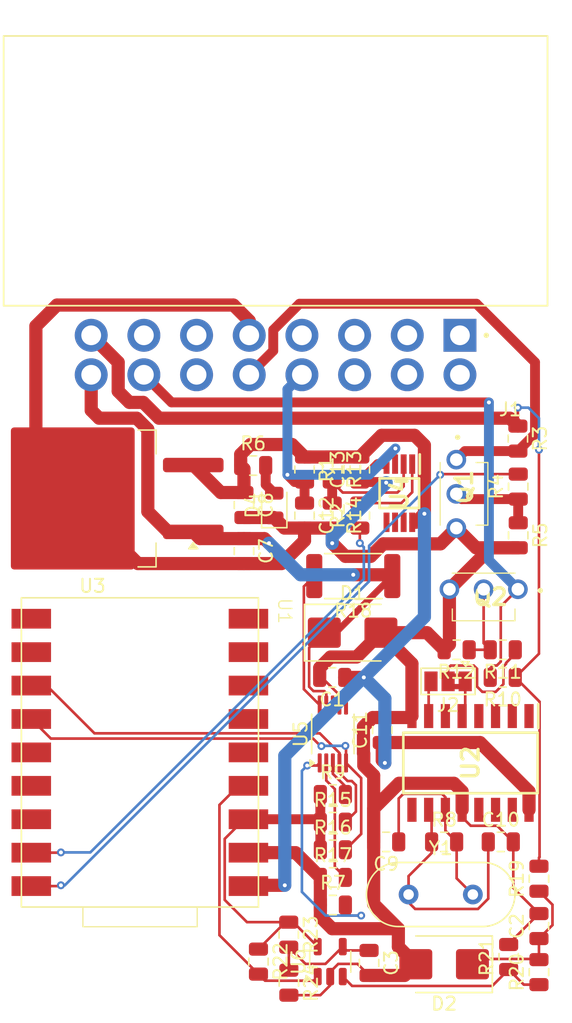
<source format=kicad_pcb>
(kicad_pcb (version 20241229) (generator "pcbnew") (generator_version "9.0")
  (layers (0 "F.Cu" signal) (2 "B.Cu" signal) (13 "F.Paste" user) (15 "B.Paste" user) (5 "F.SilkS" user "F.Silkscreen") (7 "B.SilkS" user "B.Silkscreen") (1 "F.Mask" user) (3 "B.Mask" user) (25 "Edge.Cuts" user))
  (net 0 "")
  (net 1 "+5V")
  (net 2 "GND")
  (net 3 "Net-(D2-A1)")
  (net 4 "Net-(U6--)")
  (net 5 "OBD_12v")
  (net 6 "Net-(U2-I)")
  (net 7 "Net-(U2-~{O})")
  (net 8 "OBD_tx")
  (net 9 "Net-(D4-A)")
  (net 15 "OBD_rx")
  (net 16 "OBD_ignition")
  (net 18 "OBD_clock")
  (net 23 "Net-(J2-Pin_3)")
  (net 24 "Net-(J2-Pin_1)")
  (net 25 "Net-(J2-Pin_2)")
  (net 26 "Net-(Q1-B)")
  (net 27 "Net-(Q2-B)")
  (net 28 "ESP_Rx")
  (net 29 "Net-(U4-OUT1)")
  (net 30 "ESP_Tx")
  (net 31 "Net-(U5-A1)")
  (net 32 "Net-(U5-~{Alert})")
  (net 33 "+3.3V")
  (net 34 "Net-(U4-IN1-)")
  (net 35 "ESP_I2C_SDA")
  (net 36 "ESP_I2C_SCL")
  (net 37 "Net-(U5-A0)")
  (net 38 "Net-(U5-Vin+)")
  (net 39 "Net-(U6-+)")
  (net 40 "OBD_IGN_SIG")
  (net 41 "ESP_USB_D-")
  (net 49 "ESP_USB_D+")
  (footprint "Jumper:SolderJumper-3_P1.3mm_Bridged2Bar12_Pad1.0x1.5mm" (layer "F.Cu") (at 138.2 110.8 180)
    (property "Reference" "J2")
    (property "Value" "Conn_01x03_Pin")
  )
  (footprint "Capacitor_SMD:C_0805_2012Metric" (layer "F.Cu") (at 145.1 125.8 90)
    (property "Reference" "R19")
    (property "Value" "10k")
  )
  (footprint "Capacitor_SMD:C_0805_2012Metric" (layer "F.Cu") (at 126.11 133.7 -90)
    (property "Reference" "R24")
    (property "Value" "180k")
  )
  (footprint "Waveshare-ESP32:Waveshare-ESP32-C3-Zero" (layer "F.Cu") (at 115.3 116.45 180)
    (property "Reference" "U1")
    (property "Value" "ESP32-C3")
  )
  (footprint "Capacitor_SMD:C_0805_2012Metric" (layer "F.Cu") (at 129.45 125.7)
    (property "Reference" "R17")
    (property "Value" "10k")
  )
  (footprint "BC549CTA:BC33740TA" (layer "F.Cu") (at 141.8 104.385 180)
    (property "Reference" "Q2")
    (property "Value" "BC549CTA" (hide yes))
  )
  (footprint "Resistor_SMD:R_2512_6332Metric" (layer "F.Cu") (at 131 102.8 180)
    (property "Reference" "R18")
    (property "Value" "100")
  )
  (footprint "Capacitor_SMD:C_0805_2012Metric" (layer "F.Cu") (at 137.9 123)
    (property "Reference" "R8")
    (property "Value" "10M")
  )
  (footprint "Capacitor_SMD:C_0805_2012Metric" (layer "F.Cu") (at 123.4 94.4)
    (property "Reference" "R6")
    (property "Value" "1k")
  )
  (footprint "Capacitor_SMD:C_0805_2012Metric" (layer "F.Cu") (at 129.45 119.4)
    (property "Reference" "R9")
    (property "Value" "10k")
  )
  (footprint "Capacitor_SMD:C_0805_2012Metric" (layer "F.Cu") (at 131.5 98.2 90)
    (property "Reference" "R2")
    (property "Value" "4k7")
  )
  (footprint "Package_TO_SOT_SMD:SOT-23-5" (layer "F.Cu") (at 129.25 132.1 90)
    (property "Reference" "U6")
    (property "Value" "TLV7031DBV")
  )
  (footprint "Diode_SMD:D_SMB" (layer "F.Cu") (at 130.95 107.1)
    (property "Reference" "D1")
    (property "Value" "SMBJ26A")
  )
  (footprint "Capacitor_SMD:C_0805_2012Metric" (layer "F.Cu") (at 126.1 130.05 -90)
    (property "Reference" "R23")
    (property "Value" "180k")
  )
  (footprint "Capacitor_SMD:C_0805_2012Metric" (layer "F.Cu") (at 129.4 110.5 180)
    (property "Reference" "C1")
    (property "Value" "100nf")
  )
  (footprint "Capacitor_SMD:C_0805_2012Metric" (layer "F.Cu") (at 142.2 123)
    (property "Reference" "C10")
    (property "Value" "10pF")
  )
  (footprint "Capacitor_SMD:C_0805_2012Metric" (layer "F.Cu") (at 142.35 110.5 180)
    (property "Reference" "R10")
    (property "Value" "1k")
  )
  (footprint "Capacitor_SMD:C_0805_2012Metric" (layer "F.Cu") (at 142.8 131.75 90)
    (property "Reference" "R21")
    (property "Value" "33k")
  )
  (footprint "Package_TO_SOT_SMD:TO-263-2" (layer "F.Cu") (at 111.2 96.9 180)
    (property "Reference" "U3")
    (property "Value" "L7805")
  )
  (footprint "Capacitor_SMD:C_0805_2012Metric" (layer "F.Cu") (at 143.525 99.7 -90)
    (property "Reference" "R5")
    (property "Value" "1k")
  )
  (footprint "Capacitor_SMD:C_0805_2012Metric" (layer "F.Cu") (at 129.45 121.5)
    (property "Reference" "R15")
    (property "Value" "10k")
  )
  (footprint "Capacitor_SMD:C_0805_2012Metric" (layer "F.Cu") (at 142.35 108.4 180)
    (property "Reference" "R11")
    (property "Value" "4k7")
  )
  (footprint "Capacitor_SMD:C_0805_2012Metric" (layer "F.Cu") (at 129.4 98.2 -90)
    (property "Reference" "R14")
    (property "Value" "4k7")
  )
  (footprint "Capacitor_SMD:C_0805_2012Metric" (layer "F.Cu") (at 133.2 114.5 90)
    (property "Reference" "C11")
    (property "Value" "0.1uF")
  )
  (footprint "Capacitor_SMD:C_0805_2012Metric" (layer "F.Cu") (at 132.2 132.2 -90)
    (property "Reference" "C3")
    (property "Value" "100nf")
  )
  (footprint "Capacitor_SMD:C_0805_2012Metric" (layer "F.Cu") (at 123.8 132.1 -90)
    (property "Reference" "R22")
    (property "Value" "1M")
  )
  (footprint "Crystal:Crystal_HC49-4H_Vertical" (layer "F.Cu") (at 135.2 127)
    (property "Reference" "Y1")
    (property "Value" "2.4576M")
  )
  (footprint "Capacitor_SMD:C_0805_2012Metric" (layer "F.Cu") (at 122.7 97.4 -90)
    (property "Reference" "C8")
    (property "Value" "0.1uF")
  )
  (footprint "Capacitor_SMD:C_0805_2012Metric" (layer "F.Cu") (at 143.5 92.35 -90)
    (property "Reference" "R3")
    (property "Value" "1k")
  )
  (footprint "Capacitor_SMD:C_0805_2012Metric" (layer "F.Cu") (at 143.525 96 90)
    (property "Reference" "R4")
    (property "Value" "4k7")
  )
  (footprint "C-OBD-II-16M:COMTECH_C-OBD-II-16M" (layer "F.Cu") (at 139.1 84.5 180)
    (property "Reference" "J1")
    (property "Value" "C-OBD-II-16M")
  )
  (footprint "Capacitor_SMD:C_0805_2012Metric" (layer "F.Cu") (at 145.1 132.9 90)
    (property "Reference" "R20")
    (property "Value" "200k")
  )
  (footprint "Capacitor_SMD:C_0805_2012Metric" (layer "F.Cu") (at 145.1 129.4 90)
    (property "Reference" "C2")
    (property "Value" "10nf")
  )
  (footprint "Capacitor_SMD:C_0805_2012Metric" (layer "F.Cu") (at 127.3 94.7 -90)
    (property "Reference" "R1")
    (property "Value" "6k8")
  )
  (footprint "Capacitor_SMD:C_0805_2012Metric" (layer "F.Cu") (at 133.5 123 180)
    (property "Reference" "C9")
    (property "Value" "10pF")
  )
  (footprint "LM358ST:SOP65P490X110-8N" (layer "F.Cu") (at 134.5 96.5 -90)
    (property "Reference" "U4")
    (property "Value" "LM358ST" (hide yes))
  )
  (footprint "CD4060BNSR:SOIC127P780X200-16N" (layer "F.Cu") (at 139.9 117 -90)
    (property "Reference" "U2")
    (property "Value" "CD4060BNSR" (hide yes))
  )
  (footprint "Capacitor_SMD:C_0805_2012Metric" (layer "F.Cu") (at 122.7 100.9 -90)
    (property "Reference" "C7")
    (property "Value" "10uf")
  )
  (footprint "LED_SMD:LED_0805_2012Metric" (layer "F.Cu") (at 125 97.4375 90)
    (property "Reference" "D4")
    (property "Value" "Red")
  )
  (footprint "Capacitor_SMD:C_0805_2012Metric" (layer "F.Cu") (at 129.4 94.7 -90)
    (property "Reference" "R13")
    (property "Value" "10k")
  )
  (footprint "Diode_SMD:D_SMB" (layer "F.Cu") (at 137.9 132.3 180)
    (property "Reference" "D2")
    (property "Value" "SMBJ26A")
  )
  (footprint "Capacitor_SMD:C_0805_2012Metric" (layer "F.Cu") (at 129.45 123.6)
    (property "Reference" "R16")
    (property "Value" "10k")
  )
  (footprint "BC549CTA:BC33740TA" (layer "F.Cu") (at 139.41 95.65 -90)
    (property "Reference" "Q1")
    (property "Value" "BC549CTA" (hide yes))
  )
  (footprint "Capacitor_SMD:C_0805_2012Metric" (layer "F.Cu") (at 127.3 98.2 -90)
    (property "Reference" "C12")
    (property "Value" "0.001uF")
  )
  (footprint "Capacitor_SMD:C_0805_2012Metric" (layer "F.Cu") (at 138.85 108.4 180)
    (property "Reference" "R12")
    (property "Value" "1k")
  )
  (footprint "Capacitor_SMD:C_0805_2012Metric" (layer "F.Cu") (at 129.45 127.8)
    (property "Reference" "R7")
    (property "Value" "10k")
  )
  (footprint "Package_SO:VSSOP-10_3x3mm_P0.5mm" (layer "F.Cu") (at 129.45 114.8 90)
    (property "Reference" "U5")
    (property "Value" "INA226")
  )
  (footprint "Capacitor_SMD:C_0805_2012Metric" (layer "F.Cu") (at 131.5 94.7 90)
    (property "Reference" "C13")
    (property "Value" "1uF")
  )
  (segment (start 123.2 92.8) (end 126.35 92.8) (width 1) (layer "F.Cu") (net 1))
  (segment (start 133.2 115.45) (end 140.6275 115.45) (width 1) (layer "F.Cu") (net 1))
  (segment (start 122.69 96.46) (end 122.7 96.45) (width 1) (layer "F.Cu") (net 1))
  (segment (start 133.2 115.45) (end 133.2 116.8) (width 1) (layer "F.Cu") (net 1))
  (segment (start 144.345 119.1675) (end 144.345 120.562) (width 1) (layer "F.Cu") (net 1))
  (segment (start 133.2 116.8) (end 133.4 117) (width 1) (layer "F.Cu") (net 1))
  (segment (start 135.6515 92.1) (end 136.401 92.8495) (width 1) (layer "F.Cu") (net 1))
  (segment (start 136.401 92.8495) (end 136.401 98.062) (width 1) (layer "F.Cu") (net 1))
  (segment (start 130.35 110.5) (end 130.45 110.6) (width 0.2) (layer "F.Cu") (net 1))
  (segment (start 126.35 92.8) (end 127.3 93.75) (width 1) (layer "F.Cu") (net 1))
  (segment (start 133.15 92.1) (end 135.6515 92.1) (width 1) (layer "F.Cu") (net 1))
  (segment (start 122.45 93.55) (end 123.2 92.8) (width 1) (layer "F.Cu") (net 1))
  (segment (start 122.7 94.65) (end 122.45 94.4) (width 1) (layer "F.Cu") (net 1))
  (segment (start 122.45 94.4) (end 122.45 93.55) (width 1) (layer "F.Cu") (net 1))
  (segment (start 136.401 98.062) (end 135.751 98.712) (width 1) (layer "F.Cu") (net 1))
  (segment (start 130.45 110.6) (end 130.45 112.6) (width 0.2) (layer "F.Cu") (net 1))
  (segment (start 120.94 96.45) (end 118.85 94.36) (width 1) (layer "F.Cu") (net 1))
  (segment (start 129.4 93.75) (end 131.5 93.75) (width 1) (layer "F.Cu") (net 1))
  (segment (start 125.8 126.3) (end 123.1 126.3) (width 1) (layer "F.Cu") (net 1))
  (segment (start 122.7 96.45) (end 122.7 94.65) (width 1) (layer "F.Cu") (net 1))
  (segment (start 140.6275 115.45) (end 144.345 119.1675) (width 1) (layer "F.Cu") (net 1))
  (segment (start 122.7 96.45) (end 120.94 96.45) (width 1) (layer "F.Cu") (net 1))
  (segment (start 131.8 110.5) (end 130.35 110.5) (width 1) (layer "F.Cu") (net 1))
  (segment (start 131.5 93.75) (end 133.15 92.1) (width 1) (layer "F.Cu") (net 1))
  (segment (start 123.1 126.3) (end 123.04 126.36) (width 1) (layer "F.Cu") (net 1))
  (segment (start 127.3 93.75) (end 129.4 93.75) (width 1) (layer "F.Cu") (net 1))
  (via (at 136.401 98.062) (size 0.6) (drill 0.3) (layers "F.Cu" "B.Cu") (net 1))
  (via (at 125.8 126.3) (size 0.6) (drill 0.3) (layers "F.Cu" "B.Cu") (net 1))
  (via (at 131.8 110.5) (size 0.6) (drill 0.3) (layers "F.Cu" "B.Cu") (net 1))
  (via (at 133.4 117) (size 0.6) (drill 0.3) (layers "F.Cu" "B.Cu") (net 1))
  (segment (start 131.8 110.5) (end 131.75 110.5) (width 1) (layer "B.Cu") (net 1))
  (segment (start 125.8 116.45) (end 125.8 126.3) (width 1) (layer "B.Cu") (net 1))
  (segment (start 136.401 98.062) (end 136.401 105.899) (width 1) (layer "B.Cu") (net 1))
  (segment (start 133.4 112.1) (end 131.8 110.5) (width 1) (layer "B.Cu") (net 1))
  (segment (start 133.4 117) (end 133.4 112.1) (width 1) (layer "B.Cu") (net 1))
  (segment (start 131.75 110.5) (end 125.8 116.45) (width 1) (layer "B.Cu") (net 1))
  (segment (start 136.401 105.899) (end 131.8 110.5) (width 1) (layer "B.Cu") (net 1))
  (segment (start 134.423156 129.6) (end 129.4 129.6) (width 1) (layer "F.Cu") (net 2))
  (segment (start 128.5 125.7) (end 128.5 125.6) (width 0.75) (layer "F.Cu") (net 2))
  (segment (start 131.324 132.274) (end 132.2 133.15) (width 0.2) (layer "F.Cu") (net 2))
  (segment (start 125 98.375) (end 125.775 99.15) (width 1) (layer "F.Cu") (net 2))
  (segment (start 141.45 100.65) (end 143.525 100.65) (width 1) (layer "F.Cu") (net 2))
  (segment (start 131.774 114.251) (end 131.774 116.271) (width 1) (layer "F.Cu") (net 2))
  (segment (start 129.274 108.951) (end 128.45 109.775) (width 1) (layer "F.Cu") (net 2))
  (segment (start 127.3 99.05) (end 127.2 99.15) (width 0.75) (layer "F.Cu") (net 2))
  (segment (start 129.25 133.899999) (end 129.25 133.2375) (width 0.2) (layer "F.Cu") (net 2))
  (segment (start 109.7 96.9) (end 106.9 94.1) (width 1) (layer "F.Cu") (net 2))
  (segment (start 131.8 116.297) (end 131.8 117.2) (width 1) (layer "F.Cu") (net 2))
  (segment (start 122.7 101.85) (end 125.55 101.85) (width 1) (layer "F.Cu") (net 2))
  (segment (start 127.3 100.1) (end 127.3 99.15) (width 1) (layer "F.Cu") (net 2))
  (segment (start 129.4 99.15) (end 129.4 100.3) (width 1) (layer "F.Cu") (net 2))
  (segment (start 131.249 108.951) (end 129.274 108.951) (width 1) (layer "F.Cu") (net 2))
  (segment (start 141.5755 121.7755) (end 139.916 121.7755) (width 0.2) (layer "F.Cu") (net 2))
  (segment (start 129.95 112.6) (end 129.95 111.841176) (width 0.2) (layer "F.Cu") (net 2))
  (segment (start 132.862 94.288) (end 133.374 94.288) (width 0.75) (layer "F.Cu") (net 2))
  (segment (start 127.3 99.15) (end 129.4 99.15) (width 1) (layer "F.Cu") (net 2))
  (segment (start 138.3 103.8) (end 138.3 108) (width 1) (layer "F.Cu") (net 2))
  (segment (start 133.27319 100.349966) (end 137.625034 100.349966) (width 1) (layer "F.Cu") (net 2))
  (segment (start 135.455 113.438) (end 135.455 109.455) (width 1) (layer "F.Cu") (net 2))
  (segment (start 125.775 99.15) (end 127.3 99.15) (width 1) (layer "F.Cu") (net 2))
  (segment (start 143.525 100.65) (end 140.325 100.65) (width 1) (layer "F.Cu") (net 2))
  (segment (start 134.423156 129.6) (end 134.423156 130.973156) (width 1) (layer "F.Cu") (net 2))
  (segment (start 132.55 117.95) (end 132.55 127.726844) (width 1) (layer "F.Cu") (net 2))
  (segment (start 128.608824 110.5) (end 128.45 110.5) (width 0.2) (layer "F.Cu") (net 2))
  (segment (start 128.5 127.8) (end 128.5 125.7) (width 1) (layer "F.Cu") (net 2))
  (segment (start 128.5 128.7) (end 128.5 127.8) (width 1) (layer "F.Cu") (net 2))
  (segment (start 124.975 98.35) (end 125 98.375) (width 1) (layer "F.Cu") (net 2))
  (segment (start 132.475 113.55) (end 131.774 114.251) (width 1) (layer "F.Cu") (net 2))
  (segment (start 133.1 107.1) (end 131.249 108.951) (width 1) (layer "F.Cu") (net 2))
  (segment (start 132.322156 101.301) (end 133.27319 100.349966) (width 1) (layer "F.Cu") (net 2))
  (segment (start 106.9 83.8) (end 108.5 82.2) (width 1) (layer "F.Cu") (net 2))
  (segment (start 129.25 132.883032) (end 129.859032 132.274) (width 0.2) (layer "F.Cu") (net 2))
  (segment (start 139.265 121.1245) (end 139.265 120.562) (width 0.2) (layer "F.Cu") (net 2))
  (segment (start 128.5 125.7) (end 126.62 123.82) (width 1) (layer "F.Cu") (net 2))
  (segment (start 123.1 84.5) (end 123.1 83.4) (width 1) (layer "F.Cu") (net 2))
  (segment (start 134.423156 130.973156) (end 135.75 132.3) (width 1) (layer "F.Cu") (net 2))
  (segment (start 139.916 121.7755) (end 139.265 121.1245) (width 0.2) (layer "F.Cu") (net 2))
  (segment (start 133.2 113.55) (end 132.475 113.55) (width 1) (layer "F.Cu") (net 2))
  (segment (start 138.3 103.8) (end 141.45 100.65) (width 1) (layer "F.Cu") (net 2))
  (segment (start 135.343 113.55) (end 135.455 113.438) (width 1) (layer "F.Cu") (net 2))
  (segment (start 145.1 128.45) (end 142.8 130.75) (width 0.2) (layer "F.Cu") (net 2))
  (segment (start 128.499999 134.65) (end 129.25 133.899999) (width 0.2) (layer "F.Cu") (net 2))
  (segment (start 114.65 101.85) (end 122.7 101.85) (width 1) (layer "F.Cu") (net 2))
  (segment (start 129.95 111.841176) (end 128.608824 110.5) (width 0.2) (layer "F.Cu") (net 2))
  (segment (start 133.2 113.55) (end 135.343 113.55) (width 1) (layer "F.Cu") (net 2))
  (segment (start 130.401 101.301) (end 132.322156 101.301) (width 1) (layer "F.Cu") (net 2))
  (segment (start 134.9 133.15) (end 132.2 133.15) (width 1) (layer "F.Cu") (net 2))
  (segment (start 122.7 98.35) (end 124.975 98.35) (width 1) (layer "F.Cu") (net 2))
  (segment (start 140.325 100.65) (end 138.825 99.15) (width 1) (layer "F.Cu") (net 2))
  (segment (start 129.859032 132.274) (end 131.324 132.274) (width 0.2) (layer "F.Cu") (net 2))
  (segment (start 108.5 82.2) (end 121.9 82.2) (width 1) (layer "F.Cu") (net 2))
  (segment (start 131.5 95.65) (end 133.45 95.65) (width 0.75) (layer "F.Cu") (net 2))
  (segment (start 126.11 134.65) (end 128.499999 134.65) (width 0.2) (layer "F.Cu") (net 2))
  (segment (start 109.7 96.9) (end 114.65 101.85) (width 1) (layer "F.Cu") (net 2))
  (segment (start 133.45 95.65) (end 133.5 95.7) (width 0.75) (layer "F.Cu") (net 2))
  (segment (start 129.4 100.3) (end 130.401 101.301) (width 1) (layer "F.Cu") (net 2))
  (segment (start 143.15 126.5) (end 143.15 123) (width 0.2) (layer "F.Cu") (net 2))
  (segment (start 135.75 132.3) (end 134.9 133.15) (width 1) (layer "F.Cu") (net 2))
  (segment (start 137.9 108.4) (end 136.6 107.1) (width 1) (layer "F.Cu") (net 2))
  (segment (start 132.55 123) (end 132.55 120.469716) (width 1) (layer "F.Cu") (net 2))
  (segment (start 137.625034 100.349966) (end 138.825 99.15) (width 1) (layer "F.Cu") (net 2))
  (segment (start 132.55 127.726844) (end 134.423156 129.6) (width 1) (layer "F.Cu") (net 2))
  (segment (start 141.9255 121.7755) (end 141.5755 121.7755) (width 0.2) (layer "F.Cu") (net 2))
  (segment (start 139.265 119.1675) (end 139.265 120.562) (width 1) (layer "F.Cu") (net 2))
  (segment (start 135.455 109.455) (end 133.1 107.1) (width 1) (layer "F.Cu") (net 2))
  (segment (start 138.3 108) (end 137.9 108.4) (width 1) (layer "F.Cu") (net 2))
  (segment (start 132.55 120.469716) (end 134.472216 118.5475) (width 1) (layer "F.Cu") (net 2))
  (segment (start 145.1 128.45) (end 143.15 126.5) (width 0.2) (layer "F.Cu") (net 2))
  (segment (start 136.6 107.1) (end 133.1 107.1) (width 1) (layer "F.Cu") (net 2))
  (segment (start 134.472216 118.5475) (end 138.645 118.5475) (width 1) (layer "F.Cu") (net 2))
  (segment (start 126.62 123.82) (end 123.04 123.82) (width 1) (layer "F.Cu") (net 2))
  (segment (start 143.15 123) (end 141.9255 121.7755) (width 0.2) (layer "F.Cu") (net 2))
  (segment (start 142.8 130.75) (end 142.8 130.8) (width 0.2) (layer "F.Cu") (net 2))
  (segment (start 138.645 118.5475) (end 139.265 119.1675) (width 1) (layer "F.Cu") (net 2))
  (segment (start 131.8 117.2) (end 132.55 117.95) (width 1) (layer "F.Cu") (net 2))
  (segment (start 131.774 116.271) (end 131.8 116.297) (width 1) (layer "F.Cu") (net 2))
  (segment (start 123.1 83.4) (end 121.9 82.2) (width 1) (layer "F.Cu") (net 2))
  (segment (start 129.4 129.6) (end 128.5 128.7) (width 1) (layer "F.Cu") (net 2))
  (segment (start 128.45 109.775) (end 128.45 110.5) (width 1) (layer "F.Cu") (net 2))
  (segment (start 129.25 133.2375) (end 129.25 132.883032) (width 0.2) (layer "F.Cu") (net 2))
  (segment (start 125.55 101.85) (end 127.3 100.1) (width 1) (layer "F.Cu") (net 2))
  (segment (start 106.9 94.1) (end 106.9 83.8) (width 1) (layer "F.Cu") (net 2))
  (segment (start 131.5 95.65) (end 132.862 94.288) (width 0.75) (layer "F.Cu") (net 2))
  (via (at 133.5 95.7) (size 0.6) (drill 0.3) (layers "F.Cu" "B.Cu") (net 2))
  (via (at 129.4 100.3) (size 0.6) (drill 0.3) (layers "F.Cu" "B.Cu") (net 2))
  (segment (start 129.4 100.3) (end 129.4 99.8) (width 1) (layer "B.Cu") (net 2))
  (segment (start 129.4 99.8) (end 133.5 95.7) (width 1) (layer "B.Cu") (net 2))
  (segment (start 140.451 131.899) (end 140.05 132.3) (width 0.2) (layer "F.Cu") (net 3))
  (segment (start 140.600062 131.749938) (end 140.05 132.3) (width 0.2) (layer "F.Cu") (net 3))
  (segment (start 145.1 130.35) (end 146.126 129.324) (width 0.2) (layer "F.Cu") (net 3))
  (segment (start 145.1 131.95) (end 145.049 131.899) (width 0.2) (layer "F.Cu") (net 3))
  (segment (start 146.126 129.324) (end 146.126 127.776) (width 0.2) (layer "F.Cu") (net 3))
  (segment (start 145.1 131.95) (end 145.1 130.35) (width 0.2) (layer "F.Cu") (net 3))
  (segment (start 146.126 127.776) (end 145.1 126.75) (width 0.2) (layer "F.Cu") (net 3))
  (segment (start 145.049 131.899) (end 140.451 131.899) (width 0.2) (layer "F.Cu") (net 3))
  (segment (start 126.11 131.01) (end 126.1 131) (width 0.2) (layer "F.Cu") (net 4))
  (segment (start 130.2 130.9625) (end 128.8885 132.274) (width 0.2) (layer "F.Cu") (net 4))
  (segment (start 127.374 132.274) (end 126.1 131) (width 0.2) (layer "F.Cu") (net 4))
  (segment (start 132.2 131.25) (end 130.4875 131.25) (width 0.2) (layer "F.Cu") (net 4))
  (segment (start 126.11 132.75) (end 126.11 131.01) (width 0.2) (layer "F.Cu") (net 4))
  (segment (start 128.8885 132.274) (end 127.374 132.274) (width 0.2) (layer "F.Cu") (net 4))
  (segment (start 130.4875 131.25) (end 130.2 130.9625) (width 0.2) (layer "F.Cu") (net 4))
  (segment (start 131 102.7) (end 133.8625 102.7) (width 1) (layer "F.Cu") (net 5))
  (segment (start 115.4 97.9) (end 115.4 91.648156) (width 1) (layer "F.Cu") (net 5))
  (segment (start 129.45 112.6) (end 128.95 112.6) (width 0.2) (layer "F.Cu") (net 5))
  (segment (start 128.8 111.54084) (end 127.97968 111.54084) (width 0.2) (layer "F.Cu") (net 5))
  (segment (start 128.95 112.6) (end 128.95 111.69084) (width 0.2) (layer "F.Cu") (net 5))
  (segment (start 119.36 99.95) (end 118.85 99.44) (width 1) (layer "F.Cu") (net 5))
  (segment (start 124.25 99.95) (end 124.6 100.3) (width 1) (layer "F.Cu") (net 5))
  (segment (start 127.649 111.21016) (end 127.649 108.251) (width 0.2) (layer "F.Cu") (net 5))
  (segment (start 133.8625 102.7) (end 133.9625 102.8) (width 1) (layer "F.Cu") (net 5))
  (segment (start 118.86 99.45) (end 118.85 99.44) (width 0.75) (layer "F.Cu") (net 5))
  (segment (start 115.4 91.648156) (end 114.551844 90.8) (width 1) (layer "F.Cu") (net 5))
  (segment (start 118.85 99.44) (end 116.94 99.44) (width 1) (layer "F.Cu") (net 5))
  (segment (start 116.94 99.44) (end 115.4 97.9) (width 1) (layer "F.Cu") (net 5))
  (segment (start 111.1 90.2) (end 111.1 87.7) (width 1) (layer "F.Cu") (net 5))
  (segment (start 114.551844 90.8) (end 111.7 90.8) (width 1) (layer "F.Cu") (net 5))
  (segment (start 111.7 90.8) (end 111.1 90.2) (width 1) (layer "F.Cu") (net 5))
  (segment (start 118.85 99.44) (end 117.04 99.44) (width 0.75) (layer "F.Cu") (net 5))
  (segment (start 128.95 111.69084) (end 128.8 111.54084) (width 0.2) (layer "F.Cu") (net 5))
  (segment (start 127.649 108.251) (end 128.8 107.1) (width 0.2) (layer "F.Cu") (net 5))
  (segment (start 133.9625 102.8) (end 129.6625 107.1) (width 0.5) (layer "F.Cu") (net 5))
  (segment (start 127.97968 111.54084) (end 127.649 111.21016) (width 0.2) (layer "F.Cu") (net 5))
  (segment (start 129.6625 107.1) (end 128.8 107.1) (width 0.5) (layer "F.Cu") (net 5))
  (segment (start 122.7 99.95) (end 124.25 99.95) (width 1) (layer "F.Cu") (net 5))
  (segment (start 122.7 99.95) (end 119.36 99.95) (width 1) (layer "F.Cu") (net 5))
  (via (at 124.6 100.3) (size 0.6) (drill 0.3) (layers "F.Cu" "B.Cu") (net 5))
  (via (at 131 102.7) (size 0.6) (drill 0.3) (layers "F.Cu" "B.Cu") (net 5))
  (segment (start 127 102.7) (end 131 102.7) (width 1) (layer "B.Cu") (net 5))
  (segment (start 124.6 100.3) (end 127 102.7) (width 1) (layer "B.Cu") (net 5))
  (segment (start 138.85 123) (end 138.85 125.77) (width 0.2) (layer "F.Cu") (net 6))
  (segment (start 134.804 119.3485) (end 137.7385 119.3485) (width 0.2) (layer "F.Cu") (net 6))
  (segment (start 137.995 119.605) (end 137.995 120.562) (width 0.2) (layer "F.Cu") (net 6))
  (segment (start 137.995 122.145) (end 137.995 120.562) (width 0.2) (layer "F.Cu") (net 6))
  (segment (start 137.7385 119.3485) (end 137.995 119.605) (width 0.2) (layer "F.Cu") (net 6))
  (segment (start 138.85 125.77) (end 140.08 127) (width 0.2) (layer "F.Cu") (net 6))
  (segment (start 134.45 123) (end 134.45 119.7025) (width 0.2) (layer "F.Cu") (net 6))
  (segment (start 138.85 123) (end 137.995 122.145) (width 0.2) (layer "F.Cu") (net 6))
  (segment (start 134.45 119.7025) (end 134.804 119.3485) (width 0.2) (layer "F.Cu") (net 6))
  (segment (start 135.2 127.6) (end 135.2 127) (width 0.2) (layer "F.Cu") (net 7))
  (segment (start 136.725 120.562) (end 136.725 120.825) (width 0.2) (layer "F.Cu") (net 7))
  (segment (start 136.95 123) (end 136.95 123.85) (width 0.2) (layer "F.Cu") (net 7))
  (segment (start 136.95 123.85) (end 135.2 125.6) (width 0.2) (layer "F.Cu") (net 7))
  (segment (start 136.725 120.825) (end 136.95 121.05) (width 0.2) (layer "F.Cu") (net 7))
  (segment (start 141.25 123) (end 141.25 127.316339) (width 0.2) (layer "F.Cu") (net 7))
  (segment (start 135.7 128.1) (end 135.2 127.6) (width 0.2) (layer "F.Cu") (net 7))
  (segment (start 141.25 127.316339) (end 140.466339 128.1) (width 0.2) (layer "F.Cu") (net 7))
  (segment (start 141.25 123) (end 141.25 123.35) (width 0.2) (layer "F.Cu") (net 7))
  (segment (start 136.95 120.787) (end 136.725 120.562) (width 0.2) (layer "F.Cu") (net 7))
  (segment (start 136.95 121.05) (end 136.95 123) (width 0.2) (layer "F.Cu") (net 7))
  (segment (start 135.2 125.6) (end 135.2 127) (width 0.2) (layer "F.Cu") (net 7))
  (segment (start 140.466339 128.1) (end 135.7 128.1) (width 0.2) (layer "F.Cu") (net 7))
  (segment (start 134.2 94.263) (end 134.175 94.288) (width 0.2) (layer "F.Cu") (net 8))
  (segment (start 126.55 95.65) (end 126 95.1) (width 0.75) (layer "F.Cu") (net 8))
  (segment (start 134.2 93.1) (end 134.2 94.263) (width 0.2) (layer "F.Cu") (net 8))
  (segment (start 127.3 95.65) (end 127.3 97.25) (width 0.75) (layer "F.Cu") (net 8))
  (segment (start 127.3 95.65) (end 126.55 95.65) (width 0.75) (layer "F.Cu") (net 8))
  (via (at 126 95.1) (size 0.6) (drill 0.3) (layers "F.Cu" "B.Cu") (net 8))
  (via (at 134.2 93.1) (size 0.6) (drill 0.3) (layers "F.Cu" "B.Cu") (net 8))
  (segment (start 126.9 87.7) (end 126 88.6) (width 0.75) (layer "B.Cu") (net 8))
  (segment (start 134.2 93.1) (end 132.2 95.1) (width 0.75) (layer "B.Cu") (net 8))
  (segment (start 132.2 95.1) (end 126 95.1) (width 0.75) (layer "B.Cu") (net 8))
  (segment (start 126 88.6) (end 126 95.1) (width 0.75) (layer "B.Cu") (net 8))
  (segment (start 127.1 87.7) (end 126.9 87.7) (width 0.75) (layer "B.Cu") (net 8))
  (segment (start 124.35 94.4) (end 124.35 95.85) (width 0.75) (layer "F.Cu") (net 9))
  (segment (start 124.35 95.85) (end 125 96.5) (width 0.75) (layer "F.Cu") (net 9))
  (segment (start 139.475 93.3) (end 138.825 93.95) (width 0.75) (layer "F.Cu") (net 15))
  (segment (start 124.926 85.674) (end 124.926 84.091646) (width 0.75) (layer "F.Cu") (net 15))
  (segment (start 126.917646 82.1) (end 140.352 82.1) (width 0.75) (layer "F.Cu") (net 15))
  (segment (start 124.926 84.091646) (end 126.917646 82.1) (width 0.75) (layer "F.Cu") (net 15))
  (segment (start 123.1 87.5) (end 124.926 85.674) (width 0.75) (layer "F.Cu") (net 15))
  (segment (start 144.801 86.549) (end 144.801 91.999) (width 0.75) (layer "F.Cu") (net 15))
  (segment (start 140.352 82.1) (end 144.801 86.549) (width 0.75) (layer "F.Cu") (net 15))
  (segment (start 144.801 91.999) (end 143.5 93.3) (width 0.75) (layer "F.Cu") (net 15))
  (segment (start 143.5 93.3) (end 139.475 93.3) (width 0.75) (layer "F.Cu") (net 15))
  (segment (start 116.250314 90.8) (end 142.9 90.8) (width 1) (layer "F.Cu") (net 16))
  (segment (start 111.1 84.5) (end 113.149 86.549) (width 1) (layer "F.Cu") (net 16))
  (segment (start 113.999001 89.599001) (end 115.049315 89.599001) (width 1) (layer "F.Cu") (net 16))
  (segment (start 143.5 90) (end 143.5 91.4) (width 0.2) (layer "F.Cu") (net 16))
  (segment (start 143.3 110.5) (end 145.1 108.7) (width 0.2) (layer "F.Cu") (net 16))
  (segment (start 142.9 90.8) (end 143.5 91.4) (width 1) (layer "F.Cu") (net 16))
  (segment (start 145.1 108.7) (end 145.1 93.2) (width 0.2) (layer "F.Cu") (net 16))
  (segment (start 143.3 110.5) (end 145.146 112.346) (width 0.2) (layer "F.Cu") (net 16))
  (segment (start 113.149 88.749) (end 113.999001 89.599001) (width 1) (layer "F.Cu") (net 16))
  (segment (start 145.1 124.2) (end 145.1 124.85) (width 0.2) (layer "F.Cu") (net 16))
  (segment (start 115.049315 89.599001) (end 116.250314 90.8) (width 1) (layer "F.Cu") (net 16))
  (segment (start 145.146 112.346) (end 145.146 124.154) (width 0.2) (layer "F.Cu") (net 16))
  (segment (start 113.149 86.549) (end 113.149 88.749) (width 1) (layer "F.Cu") (net 16))
  (segment (start 145.146 124.154) (end 145.1 124.2) (width 0.2) (layer "F.Cu") (net 16))
  (via (at 143.5 90) (size 0.6) (drill 0.3) (layers "F.Cu" "B.Cu") (net 16))
  (via (at 145.1 93.2) (size 0.6) (drill 0.3) (layers "F.Cu" "B.Cu") (net 16))
  (segment (start 143.5 90) (end 144.3 90) (width 0.2) (layer "B.Cu") (net 16))
  (segment (start 145.1 90.8) (end 145.1 93.2) (width 0.2) (layer "B.Cu") (net 16))
  (segment (start 144.3 90) (end 145.1 90.8) (width 0.2) (layer "B.Cu") (net 16))
  (segment (start 115.1 87.5) (end 117.2 89.6) (width 0.75) (layer "F.Cu") (net 18))
  (segment (start 141.9 109.6) (end 142.2 109.3) (width 0.2) (layer "F.Cu") (net 18))
  (segment (start 141.4 109.8) (end 141.6 109.6) (width 0.2) (layer "F.Cu") (net 18))
  (segment (start 117.2 89.6) (end 141.3 89.6) (width 0.75) (layer "F.Cu") (net 18))
  (segment (start 141.4 110.5) (end 141.4 109.8) (width 0.2) (layer "F.Cu") (net 18))
  (segment (start 142.2 105.1) (end 143.5 103.8) (width 0.2) (layer "F.Cu") (net 18))
  (segment (start 141.6 109.6) (end 141.9 109.6) (width 0.2) (layer "F.Cu") (net 18))
  (segment (start 142.2 109.3) (end 142.2 105.1) (width 0.2) (layer "F.Cu") (net 18))
  (via (at 141.3 89.6) (size 0.6) (drill 0.3) (layers "F.Cu" "B.Cu") (net 18))
  (segment (start 141.3 89.6) (end 141.3 101.6) (width 0.75) (layer "B.Cu") (net 18))
  (segment (start 141.3 101.6) (end 143.5 103.8) (width 0.75) (layer "B.Cu") (net 18))
  (segment (start 136.725 110.975) (end 136.9 110.8) (width 0.2) (layer "F.Cu") (net 23))
  (segment (start 136.725 113.438) (end 136.725 110.975) (width 0.2) (layer "F.Cu") (net 23))
  (segment (start 139.5 110.8) (end 139.5 113.203) (width 0.2) (layer "F.Cu") (net 24))
  (segment (start 139.5 113.203) (end 139.265 113.438) (width 0.2) (layer "F.Cu") (net 24))
  (segment (start 138.4 109.6) (end 138.2 109.8) (width 0.2) (layer "F.Cu") (net 25))
  (segment (start 140.8 111.6) (end 140.4 111.2) (width 0.2) (layer "F.Cu") (net 25))
  (segment (start 140.4 109.848) (end 140.152 109.6) (width 0.2) (layer "F.Cu") (net 25))
  (segment (start 140.4 111.2) (end 140.4 109.848) (width 0.2) (layer "F.Cu") (net 25))
  (segment (start 140.152 109.6) (end 138.4 109.6) (width 0.2) (layer "F.Cu") (net 25))
  (segment (start 142.4 109.6671) (end 142.4 111.01116) (width 0.2) (layer "F.Cu") (net 25))
  (segment (start 142.601 109.4661) (end 142.4 109.6671) (width 0.2) (layer "F.Cu") (net 25))
  (segment (start 143.3 108.7) (end 142.601 109.399) (width 0.2) (layer "F.Cu") (net 25))
  (segment (start 143.3 108.4) (end 143.3 108.7) (width 0.2) (layer "F.Cu") (net 25))
  (segment (start 138.2 109.8) (end 138.2 110.8) (width 0.2) (layer "F.Cu") (net 25))
  (segment (start 142.4 111.01116) (end 141.81116 111.6) (width 0.2) (layer "F.Cu") (net 25))
  (segment (start 141.81116 111.6) (end 140.8 111.6) (width 0.2) (layer "F.Cu") (net 25))
  (segment (start 142.601 109.399) (end 142.601 109.4661) (width 0.2) (layer "F.Cu") (net 25))
  (segment (start 138.875 96.5) (end 138.825 96.55) (width 0.75) (layer "F.Cu") (net 26))
  (segment (start 143.525 98.75) (end 143.525 96.95) (width 0.75) (layer "F.Cu") (net 26))
  (segment (start 139.225 96.95) (end 138.825 96.55) (width 0.75) (layer "F.Cu") (net 26))
  (segment (start 143.525 96.95) (end 139.225 96.95) (width 0.75) (layer "F.Cu") (net 26))
  (segment (start 140.9 103.8) (end 140.9 107.9) (width 0.2) (layer "F.Cu") (net 27))
  (segment (start 141.4 108.4) (end 139.8 108.4) (width 0.2) (layer "F.Cu") (net 27))
  (segment (start 140.9 107.9) (end 141.4 108.4) (width 0.2) (layer "F.Cu") (net 27))
  (segment (start 139.815 108.415) (end 139.8 108.4) (width 0.2) (layer "F.Cu") (net 27))
  (segment (start 131.5 99.15) (end 131.5 100.3) (width 0.2) (layer "F.Cu") (net 28))
  (segment (start 108.62 123.82) (end 106.55 123.82) (width 0.2) (layer "F.Cu") (net 28))
  (segment (start 108.64 123.8) (end 108.62 123.82) (width 0.2) (layer "F.Cu") (net 28))
  (segment (start 108.8 123.8) (end 108.64 123.8) (width 0.2) (layer "F.Cu") (net 28))
  (via (at 108.8 123.8) (size 0.6) (drill 0.3) (layers "F.Cu" "B.Cu") (net 28))
  (via (at 131.5 100.3) (size 0.6) (drill 0.3) (layers "F.Cu" "B.Cu") (net 28))
  (segment (start 111.032785 123.8) (end 131.801 103.031785) (width 0.2) (layer "B.Cu") (net 28))
  (segment (start 131.801 103.031785) (end 131.801 100.601) (width 0.2) (layer "B.Cu") (net 28))
  (segment (start 131.801 100.601) (end 131.5 100.3) (width 0.2) (layer "B.Cu") (net 28))
  (segment (start 108.8 123.8) (end 111.032785 123.8) (width 0.2) (layer "B.Cu") (net 28))
  (segment (start 131.5 97.25) (end 134.65 97.25) (width 0.2) (layer "F.Cu") (net 29))
  (segment (start 135.475 96.425) (end 135.475 94.288) (width 0.2) (layer "F.Cu") (net 29))
  (segment (start 134.65 97.25) (end 135.475 96.425) (width 0.2) (layer "F.Cu") (net 29))
  (segment (start 108.74 126.36) (end 106.55 126.36) (width 0.2) (layer "F.Cu") (net 30))
  (segment (start 137.65 95.05) (end 137.6 95.1) (width 0.2) (layer "F.Cu") (net 30))
  (segment (start 143.525 95.05) (end 137.65 95.05) (width 0.2) (layer "F.Cu") (net 30))
  (segment (start 108.8 126.3) (end 108.74 126.36) (width 0.2) (layer "F.Cu") (net 30))
  (via (at 108.8 126.3) (size 0.6) (drill 0.3) (layers "F.Cu" "B.Cu") (net 30))
  (via (at 137.6 95.1) (size 0.6) (drill 0.3) (layers "F.Cu" "B.Cu") (net 30))
  (segment (start 109.1 126.3) (end 108.8 126.3) (width 0.2) (layer "B.Cu") (net 30))
  (segment (start 132.202 103.198) (end 109.1 126.3) (width 0.2) (layer "B.Cu") (net 30))
  (segment (start 137.6 95.1) (end 132.202 100.498) (width 0.2) (layer "B.Cu") (net 30))
  (segment (start 132.202 100.498) (end 132.202 103.198) (width 0.2) (layer "B.Cu") (net 30))
  (segment (start 130.8 128.6) (end 130.4 128.2) (width 0.2) (layer "F.Cu") (net 31))
  (segment (start 128.25 117.2) (end 128.45 117) (width 0.2) (layer "F.Cu") (net 31))
  (segment (start 131.6 128.6) (end 130.8 128.6) (width 0.2) (layer "F.Cu") (net 31))
  (segment (start 127.5 117.2) (end 128.25 117.2) (width 0.2) (layer "F.Cu") (net 31))
  (segment (start 130.4 128.2) (end 130.4 127.8) (width 0.2) (layer "F.Cu") (net 31))
  (via (at 131.6 128.6) (size 0.6) (drill 0.3) (layers "F.Cu" "B.Cu") (net 31))
  (via (at 127.5 117.2) (size 0.6) (drill 0.3) (layers "F.Cu" "B.Cu") (net 31))
  (segment (start 128.9 128.6) (end 127.1 126.8) (width 0.2) (layer "B.Cu") (net 31))
  (segment (start 127.1 117.6) (end 127.5 117.2) (width 0.2) (layer "B.Cu") (net 31))
  (segment (start 127.1 126.8) (end 127.1 117.6) (width 0.2) (layer "B.Cu") (net 31))
  (segment (start 131.6 128.6) (end 128.9 128.6) (width 0.2) (layer "B.Cu") (net 31))
  (segment (start 130.4 118.775924) (end 130.4 119.4) (width 0.2) (layer "F.Cu") (net 32))
  (segment (start 129.45 117.825924) (end 130.4 118.775924) (width 0.2) (layer "F.Cu") (net 32))
  (segment (start 129.45 117) (end 129.45 117.825924) (width 0.2) (layer "F.Cu") (net 32))
  (segment (start 128.5 119.4) (end 128.5 123.6) (width 0.75) (layer "F.Cu") (net 33))
  (segment (start 123.8 131.15) (end 125.85 129.1) (width 0.2) (layer "F.Cu") (net 33))
  (segment (start 123.04 121.28) (end 128.28 121.28) (width 0.75) (layer "F.Cu") (net 33))
  (segment (start 125.85 129.1) (end 126.1 129.1) (width 0.2) (layer "F.Cu") (net 33))
  (segment (start 122.728 121.28) (end 123.04 121.28) (width 0.2) (layer "F.Cu") (net 33))
  (segment (start 126.1 129.1) (end 122.928 129.1) (width 0.2) (layer "F.Cu") (net 33))
  (segment (start 121.239 122.769) (end 122.728 121.28) (width 0.2) (layer "F.Cu") (net 33))
  (segment (start 128.3 130.9625) (end 126.4375 129.1) (width 0.2) (layer "F.Cu") (net 33))
  (segment (start 126.4375 129.1) (end 126.1 129.1) (width 0.2) (layer "F.Cu") (net 33))
  (segment (start 122.928 129.1) (end 121.239 127.411) (width 0.2) (layer "F.Cu") (net 33))
  (segment (start 121.239 127.411) (end 121.239 122.769) (width 0.2) (layer "F.Cu") (net 33))
  (segment (start 128.28 121.28) (end 128.5 121.5) (width 0.75) (layer "F.Cu") (net 33))
  (segment (start 134.825 94.288) (end 134.825 95.975) (width 0.2) (layer "F.Cu") (net 34))
  (segment (start 134.825 95.975) (end 134.35 96.45) (width 0.2) (layer "F.Cu") (net 34))
  (segment (start 130.2 96.45) (end 129.4 95.65) (width 0.2) (layer "F.Cu") (net 34))
  (segment (start 134.35 96.45) (end 130.2 96.45) (width 0.2) (layer "F.Cu") (net 34))
  (segment (start 129.4 97.25) (end 129.4 95.65) (width 0.75) (layer "F.Cu") (net 34))
  (segment (start 129.95 117.758824) (end 130.565176 118.374) (width 0.2) (layer "F.Cu") (net 35))
  (segment (start 129.95 117) (end 129.95 117.758824) (width 0.2) (layer "F.Cu") (net 35))
  (segment (start 131.201 118.68984) (end 131.201 120.699) (width 0.2) (layer "F.Cu") (net 35))
  (segment (start 111.349 114.749) (end 107.72 111.12) (width 0.2) (layer "F.Cu") (net 35))
  (segment (start 128.457824 114.749) (end 111.349 114.749) (width 0.2) (layer "F.Cu") (net 35))
  (segment (start 130.565176 118.374) (end 130.88516 118.374) (width 0.2) (layer "F.Cu") (net 35))
  (segment (start 129.95 116.241176) (end 128.457824 114.749) (width 0.2) (layer "F.Cu") (net 35))
  (segment (start 107.72 111.12) (end 106.55 111.12) (width 0.2) (layer "F.Cu") (net 35))
  (segment (start 129.95 117) (end 129.95 116.241176) (width 0.2) (layer "F.Cu") (net 35))
  (segment (start 131.201 120.699) (end 130.4 121.5) (width 0.2) (layer "F.Cu") (net 35))
  (segment (start 130.88516 118.374) (end 131.201 118.68984) (width 0.2) (layer "F.Cu") (net 35))
  (segment (start 130.45 117) (end 131.6 118.15) (width 0.2) (layer "F.Cu") (net 36))
  (segment (start 131.6 118.15) (end 131.6 118.52174) (width 0.2) (layer "F.Cu") (net 36))
  (segment (start 131.6 118.52174) (end 131.602 118.52374) (width 0.2) (layer "F.Cu") (net 36))
  (segment (start 127.95 115.15) (end 108.04 115.15) (width 0.2) (layer "F.Cu") (net 36))
  (segment (start 130.4 115.7) (end 130.45 115.75) (width 0.2) (layer "F.Cu") (net 36))
  (segment (start 108.04 115.15) (end 106.55 113.66) (width 0.2) (layer "F.Cu") (net 36))
  (segment (start 130.45 115.75) (end 130.45 117) (width 0.2) (layer "F.Cu") (net 36))
  (segment (start 128.580147 115.719853) (end 128.519853 115.719853) (width 0.2) (layer "F.Cu") (net 36))
  (segment (start 131.602 118.52374) (end 131.602 122.398) (width 0.2) (layer "F.Cu") (net 36))
  (segment (start 131.602 122.398) (end 130.4 123.6) (width 0.2) (layer "F.Cu") (net 36))
  (segment (start 128.519853 115.719853) (end 127.95 115.15) (width 0.2) (layer "F.Cu") (net 36))
  (via (at 128.580147 115.719853) (size 0.6) (drill 0.3) (layers "F.Cu" "B.Cu") (net 36))
  (via (at 130.4 115.7) (size 0.6) (drill 0.3) (layers "F.Cu" "B.Cu") (net 36))
  (segment (start 128.580147 115.719853) (end 128.6 115.7) (width 0.2) (layer "B.Cu") (net 36))
  (segment (start 128.6 115.7) (end 130.4 115.7) (width 0.2) (layer "B.Cu") (net 36))
  (segment (start 128.95 117) (end 128.95 118.33884) (width 0.2) (layer "F.Cu") (net 37))
  (segment (start 130.4 125.7) (end 129.599 124.899) (width 0.2) (layer "F.Cu") (net 37))
  (segment (start 129.599 124.899) (end 129.599 118.98784) (width 0.2) (layer "F.Cu") (net 37))
  (segment (start 128.95 118.33884) (end 129.599 118.98784) (width 0.2) (layer "F.Cu") (net 37))
  (segment (start 127.249 103.5885) (end 127.249 111.399) (width 0.2) (layer "F.Cu") (net 38))
  (segment (start 127.249 111.399) (end 128.45 112.6) (width 0.2) (layer "F.Cu") (net 38))
  (segment (start 128.0375 102.8) (end 127.249 103.5885) (width 0.2) (layer "F.Cu") (net 38))
  (segment (start 143.95 133.85) (end 142.8 132.7) (width 0.2) (layer "F.Cu") (net 39))
  (segment (start 141.549 133.951) (end 142.8 132.7) (width 0.2) (layer "F.Cu") (net 39))
  (segment (start 130.9135 133.951) (end 141.549 133.951) (width 0.2) (layer "F.Cu") (net 39))
  (segment (start 145.1 133.85) (end 143.95 133.85) (width 0.2) (layer "F.Cu") (net 39))
  (segment (start 130.2 133.2375) (end 130.9135 133.951) (width 0.2) (layer "F.Cu") (net 39))
  (segment (start 120.838 120.192) (end 122.29 118.74) (width 0.2) (layer "F.Cu") (net 40))
  (segment (start 122.29 118.74) (end 123.04 118.74) (width 0.2) (layer "F.Cu") (net 40))
  (segment (start 123.8 133.05) (end 124.301 133.551) (width 0.2) (layer "F.Cu") (net 40))
  (segment (start 124.301 133.551) (end 127.9865 133.551) (width 0.2) (layer "F.Cu") (net 40))
  (segment (start 123.8 133.05) (end 120.838 130.088) (width 0.2) (layer "F.Cu") (net 40))
  (segment (start 127.9865 133.551) (end 128.3 133.2375) (width 0.2) (layer "F.Cu") (net 40))
  (segment (start 120.838 130.088) (end 120.838 120.192) (width 0.2) (layer "F.Cu") (net 40))
)
</source>
